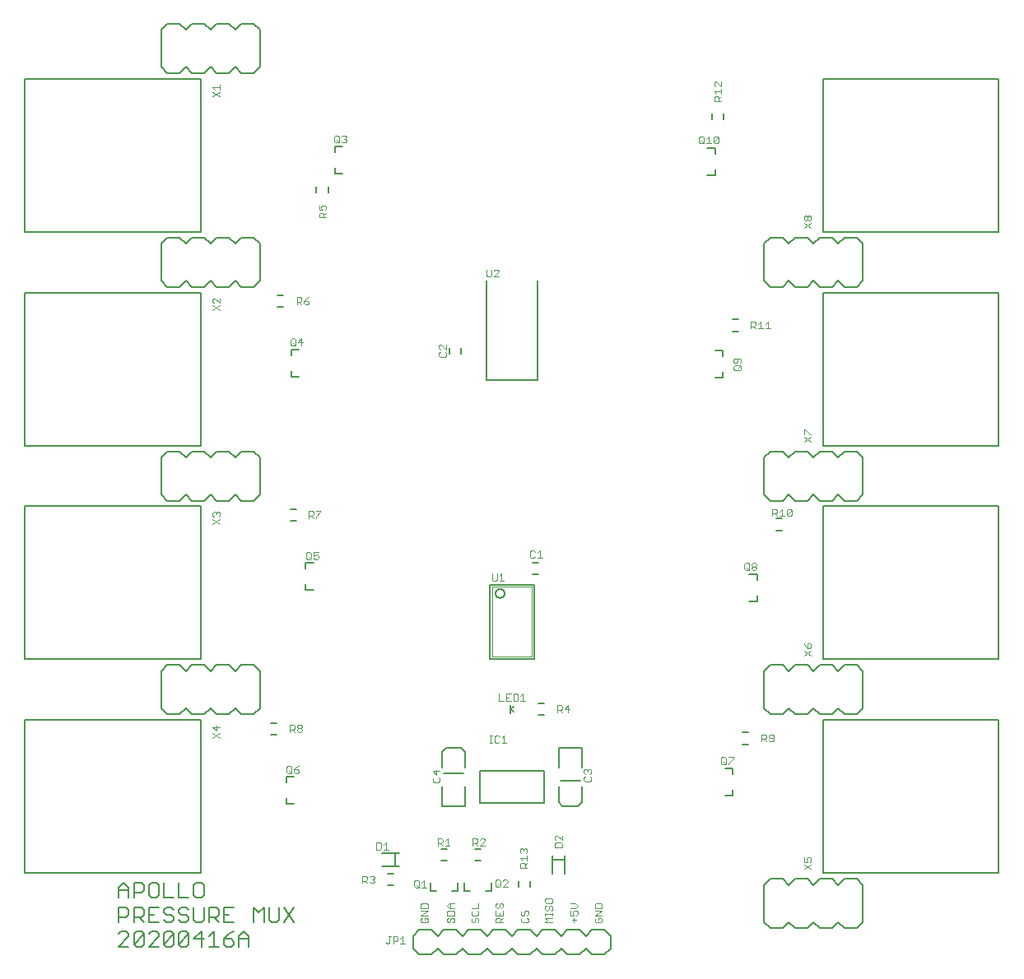
<source format=gbr>
G04 EAGLE Gerber RS-274X export*
G75*
%MOMM*%
%FSLAX34Y34*%
%LPD*%
%INSilkscreen Top*%
%IPPOS*%
%AMOC8*
5,1,8,0,0,1.08239X$1,22.5*%
G01*
%ADD10C,0.076200*%
%ADD11C,0.127000*%
%ADD12C,0.203200*%
%ADD13C,0.152400*%
%ADD14C,0.050800*%


D10*
X407539Y45296D02*
X406311Y44067D01*
X406311Y41610D01*
X407539Y40381D01*
X412454Y40381D01*
X413683Y41610D01*
X413683Y44067D01*
X412454Y45296D01*
X409997Y45296D01*
X409997Y42838D01*
X413683Y47865D02*
X406311Y47865D01*
X413683Y52780D01*
X406311Y52780D01*
X406311Y55349D02*
X413683Y55349D01*
X413683Y59035D01*
X412454Y60264D01*
X407539Y60264D01*
X406311Y59035D01*
X406311Y55349D01*
X585311Y44067D02*
X586539Y45296D01*
X585311Y44067D02*
X585311Y41610D01*
X586539Y40381D01*
X591454Y40381D01*
X592683Y41610D01*
X592683Y44067D01*
X591454Y45296D01*
X588997Y45296D01*
X588997Y42838D01*
X592683Y47865D02*
X585311Y47865D01*
X592683Y52780D01*
X585311Y52780D01*
X585311Y55349D02*
X592683Y55349D01*
X592683Y59035D01*
X591454Y60264D01*
X586539Y60264D01*
X585311Y59035D01*
X585311Y55349D01*
X563997Y45296D02*
X563997Y40381D01*
X566454Y42838D02*
X561539Y42838D01*
X560311Y47865D02*
X560311Y52780D01*
X560311Y47865D02*
X563997Y47865D01*
X562768Y50323D01*
X562768Y51551D01*
X563997Y52780D01*
X566454Y52780D01*
X567683Y51551D01*
X567683Y49094D01*
X566454Y47865D01*
X565226Y55349D02*
X560311Y55349D01*
X565226Y55349D02*
X567683Y57807D01*
X565226Y60264D01*
X560311Y60264D01*
X541683Y40381D02*
X534311Y40381D01*
X536768Y42838D01*
X534311Y45296D01*
X541683Y45296D01*
X541683Y47865D02*
X541683Y50323D01*
X541683Y49094D02*
X534311Y49094D01*
X534311Y47865D02*
X534311Y50323D01*
X534311Y56541D02*
X535539Y57769D01*
X534311Y56541D02*
X534311Y54083D01*
X535539Y52855D01*
X536768Y52855D01*
X537997Y54083D01*
X537997Y56541D01*
X539226Y57769D01*
X540454Y57769D01*
X541683Y56541D01*
X541683Y54083D01*
X540454Y52855D01*
X534311Y61567D02*
X534311Y64025D01*
X534311Y61567D02*
X535539Y60339D01*
X540454Y60339D01*
X541683Y61567D01*
X541683Y64025D01*
X540454Y65254D01*
X535539Y65254D01*
X534311Y64025D01*
X510539Y45296D02*
X509311Y44067D01*
X509311Y41610D01*
X510539Y40381D01*
X515454Y40381D01*
X516683Y41610D01*
X516683Y44067D01*
X515454Y45296D01*
X509311Y51551D02*
X510539Y52780D01*
X509311Y51551D02*
X509311Y49094D01*
X510539Y47865D01*
X511768Y47865D01*
X512997Y49094D01*
X512997Y51551D01*
X514226Y52780D01*
X515454Y52780D01*
X516683Y51551D01*
X516683Y49094D01*
X515454Y47865D01*
X490683Y40381D02*
X483311Y40381D01*
X483311Y44067D01*
X484539Y45296D01*
X486997Y45296D01*
X488226Y44067D01*
X488226Y40381D01*
X488226Y42838D02*
X490683Y45296D01*
X483311Y47865D02*
X483311Y52780D01*
X483311Y47865D02*
X490683Y47865D01*
X490683Y52780D01*
X486997Y50323D02*
X486997Y47865D01*
X483311Y59035D02*
X484539Y60264D01*
X483311Y59035D02*
X483311Y56578D01*
X484539Y55349D01*
X485768Y55349D01*
X486997Y56578D01*
X486997Y59035D01*
X488226Y60264D01*
X489454Y60264D01*
X490683Y59035D01*
X490683Y56578D01*
X489454Y55349D01*
X459539Y45296D02*
X458311Y44067D01*
X458311Y41610D01*
X459539Y40381D01*
X460768Y40381D01*
X461997Y41610D01*
X461997Y44067D01*
X463226Y45296D01*
X464454Y45296D01*
X465683Y44067D01*
X465683Y41610D01*
X464454Y40381D01*
X458311Y51551D02*
X459539Y52780D01*
X458311Y51551D02*
X458311Y49094D01*
X459539Y47865D01*
X464454Y47865D01*
X465683Y49094D01*
X465683Y51551D01*
X464454Y52780D01*
X465683Y55349D02*
X458311Y55349D01*
X465683Y55349D02*
X465683Y60264D01*
X434539Y45296D02*
X433311Y44067D01*
X433311Y41610D01*
X434539Y40381D01*
X435768Y40381D01*
X436997Y41610D01*
X436997Y44067D01*
X438226Y45296D01*
X439454Y45296D01*
X440683Y44067D01*
X440683Y41610D01*
X439454Y40381D01*
X440683Y47865D02*
X433311Y47865D01*
X440683Y47865D02*
X440683Y51551D01*
X439454Y52780D01*
X434539Y52780D01*
X433311Y51551D01*
X433311Y47865D01*
X435768Y55349D02*
X440683Y55349D01*
X435768Y55349D02*
X433311Y57807D01*
X435768Y60264D01*
X440683Y60264D01*
X436997Y60264D02*
X436997Y55349D01*
D11*
X95635Y65927D02*
X95635Y76265D01*
X100804Y81434D01*
X105973Y76265D01*
X105973Y65927D01*
X105973Y73681D02*
X95635Y73681D01*
X111071Y81434D02*
X111071Y65927D01*
X111071Y81434D02*
X118825Y81434D01*
X121409Y78850D01*
X121409Y73681D01*
X118825Y71096D01*
X111071Y71096D01*
X129092Y81434D02*
X134261Y81434D01*
X129092Y81434D02*
X126507Y78850D01*
X126507Y68512D01*
X129092Y65927D01*
X134261Y65927D01*
X136845Y68512D01*
X136845Y78850D01*
X134261Y81434D01*
X141943Y81434D02*
X141943Y65927D01*
X152281Y65927D01*
X157379Y65927D02*
X157379Y81434D01*
X157379Y65927D02*
X167717Y65927D01*
X175400Y81434D02*
X180569Y81434D01*
X175400Y81434D02*
X172815Y78850D01*
X172815Y68512D01*
X175400Y65927D01*
X180569Y65927D01*
X183153Y68512D01*
X183153Y78850D01*
X180569Y81434D01*
X95635Y56288D02*
X95635Y40781D01*
X95635Y56288D02*
X103389Y56288D01*
X105973Y53704D01*
X105973Y48535D01*
X103389Y45950D01*
X95635Y45950D01*
X111071Y40781D02*
X111071Y56288D01*
X118825Y56288D01*
X121409Y53704D01*
X121409Y48535D01*
X118825Y45950D01*
X111071Y45950D01*
X116240Y45950D02*
X121409Y40781D01*
X126507Y56288D02*
X136845Y56288D01*
X126507Y56288D02*
X126507Y40781D01*
X136845Y40781D01*
X131676Y48535D02*
X126507Y48535D01*
X149697Y56288D02*
X152281Y53704D01*
X149697Y56288D02*
X144528Y56288D01*
X141943Y53704D01*
X141943Y51119D01*
X144528Y48535D01*
X149697Y48535D01*
X152281Y45950D01*
X152281Y43366D01*
X149697Y40781D01*
X144528Y40781D01*
X141943Y43366D01*
X165133Y56288D02*
X167717Y53704D01*
X165133Y56288D02*
X159964Y56288D01*
X157379Y53704D01*
X157379Y51119D01*
X159964Y48535D01*
X165133Y48535D01*
X167717Y45950D01*
X167717Y43366D01*
X165133Y40781D01*
X159964Y40781D01*
X157379Y43366D01*
X172815Y43366D02*
X172815Y56288D01*
X172815Y43366D02*
X175400Y40781D01*
X180569Y40781D01*
X183153Y43366D01*
X183153Y56288D01*
X188251Y56288D02*
X188251Y40781D01*
X188251Y56288D02*
X196005Y56288D01*
X198590Y53704D01*
X198590Y48535D01*
X196005Y45950D01*
X188251Y45950D01*
X193420Y45950D02*
X198590Y40781D01*
X203687Y56288D02*
X214026Y56288D01*
X203687Y56288D02*
X203687Y40781D01*
X214026Y40781D01*
X208857Y48535D02*
X203687Y48535D01*
X234560Y40781D02*
X234560Y56288D01*
X239729Y51119D01*
X244898Y56288D01*
X244898Y40781D01*
X249996Y43366D02*
X249996Y56288D01*
X249996Y43366D02*
X252580Y40781D01*
X257749Y40781D01*
X260334Y43366D01*
X260334Y56288D01*
X265432Y56288D02*
X275770Y40781D01*
X265432Y40781D02*
X275770Y56288D01*
X105973Y15635D02*
X95635Y15635D01*
X105973Y25973D01*
X105973Y28558D01*
X103389Y31142D01*
X98220Y31142D01*
X95635Y28558D01*
X111071Y28558D02*
X111071Y18220D01*
X111071Y28558D02*
X113656Y31142D01*
X118825Y31142D01*
X121409Y28558D01*
X121409Y18220D01*
X118825Y15635D01*
X113656Y15635D01*
X111071Y18220D01*
X121409Y28558D01*
X126507Y15635D02*
X136845Y15635D01*
X126507Y15635D02*
X136845Y25973D01*
X136845Y28558D01*
X134261Y31142D01*
X129092Y31142D01*
X126507Y28558D01*
X141943Y28558D02*
X141943Y18220D01*
X141943Y28558D02*
X144528Y31142D01*
X149697Y31142D01*
X152281Y28558D01*
X152281Y18220D01*
X149697Y15635D01*
X144528Y15635D01*
X141943Y18220D01*
X152281Y28558D01*
X157379Y28558D02*
X157379Y18220D01*
X157379Y28558D02*
X159964Y31142D01*
X165133Y31142D01*
X167717Y28558D01*
X167717Y18220D01*
X165133Y15635D01*
X159964Y15635D01*
X157379Y18220D01*
X167717Y28558D01*
X180569Y31142D02*
X180569Y15635D01*
X172815Y23389D02*
X180569Y31142D01*
X183153Y23389D02*
X172815Y23389D01*
X188251Y25973D02*
X193420Y31142D01*
X193420Y15635D01*
X188251Y15635D02*
X198590Y15635D01*
X208857Y28558D02*
X214026Y31142D01*
X208857Y28558D02*
X203687Y23389D01*
X203687Y18220D01*
X206272Y15635D01*
X211441Y15635D01*
X214026Y18220D01*
X214026Y20804D01*
X211441Y23389D01*
X203687Y23389D01*
X219124Y25973D02*
X219124Y15635D01*
X219124Y25973D02*
X224293Y31142D01*
X229462Y25973D01*
X229462Y15635D01*
X229462Y23389D02*
X219124Y23389D01*
D12*
X557050Y32700D02*
X569750Y32700D01*
X576100Y26350D01*
X576100Y13650D02*
X569750Y7300D01*
X531650Y32700D02*
X525300Y26350D01*
X531650Y32700D02*
X544350Y32700D01*
X550700Y26350D01*
X550700Y13650D02*
X544350Y7300D01*
X531650Y7300D01*
X525300Y13650D01*
X550700Y26350D02*
X557050Y32700D01*
X550700Y13650D02*
X557050Y7300D01*
X569750Y7300D01*
X493550Y32700D02*
X480850Y32700D01*
X493550Y32700D02*
X499900Y26350D01*
X499900Y13650D02*
X493550Y7300D01*
X499900Y26350D02*
X506250Y32700D01*
X518950Y32700D01*
X525300Y26350D01*
X525300Y13650D02*
X518950Y7300D01*
X506250Y7300D01*
X499900Y13650D01*
X455450Y32700D02*
X449100Y26350D01*
X455450Y32700D02*
X468150Y32700D01*
X474500Y26350D01*
X474500Y13650D02*
X468150Y7300D01*
X455450Y7300D01*
X449100Y13650D01*
X474500Y26350D02*
X480850Y32700D01*
X474500Y13650D02*
X480850Y7300D01*
X493550Y7300D01*
X417350Y32700D02*
X404650Y32700D01*
X417350Y32700D02*
X423700Y26350D01*
X423700Y13650D02*
X417350Y7300D01*
X423700Y26350D02*
X430050Y32700D01*
X442750Y32700D01*
X449100Y26350D01*
X449100Y13650D02*
X442750Y7300D01*
X430050Y7300D01*
X423700Y13650D01*
X398300Y13650D02*
X398300Y26350D01*
X404650Y32700D01*
X398300Y13650D02*
X404650Y7300D01*
X417350Y7300D01*
X582450Y32700D02*
X595150Y32700D01*
X601500Y26350D01*
X601500Y13650D01*
X595150Y7300D01*
X576100Y26350D02*
X582450Y32700D01*
X576100Y13650D02*
X582450Y7300D01*
X595150Y7300D01*
D10*
X371619Y18965D02*
X370391Y20194D01*
X371619Y18965D02*
X372848Y18965D01*
X374077Y20194D01*
X374077Y26337D01*
X375305Y26337D02*
X372848Y26337D01*
X377875Y26337D02*
X377875Y18965D01*
X377875Y26337D02*
X381561Y26337D01*
X382790Y25109D01*
X382790Y22651D01*
X381561Y21422D01*
X377875Y21422D01*
X385359Y23880D02*
X387816Y26337D01*
X387816Y18965D01*
X385359Y18965D02*
X390274Y18965D01*
D13*
X483236Y379256D02*
X483238Y379391D01*
X483244Y379526D01*
X483254Y379660D01*
X483268Y379794D01*
X483286Y379928D01*
X483307Y380061D01*
X483333Y380193D01*
X483363Y380325D01*
X483396Y380456D01*
X483433Y380585D01*
X483475Y380714D01*
X483519Y380841D01*
X483568Y380967D01*
X483620Y381091D01*
X483676Y381214D01*
X483736Y381335D01*
X483799Y381454D01*
X483865Y381571D01*
X483935Y381686D01*
X484009Y381800D01*
X484086Y381911D01*
X484165Y382019D01*
X484249Y382125D01*
X484335Y382229D01*
X484424Y382330D01*
X484516Y382429D01*
X484611Y382524D01*
X484709Y382617D01*
X484809Y382707D01*
X484912Y382794D01*
X485018Y382878D01*
X485126Y382959D01*
X485236Y383036D01*
X485349Y383110D01*
X485464Y383181D01*
X485581Y383249D01*
X485699Y383313D01*
X485820Y383373D01*
X485942Y383430D01*
X486066Y383483D01*
X486192Y383533D01*
X486318Y383579D01*
X486447Y383621D01*
X486576Y383659D01*
X486706Y383693D01*
X486838Y383724D01*
X486970Y383751D01*
X487103Y383773D01*
X487236Y383792D01*
X487370Y383807D01*
X487505Y383818D01*
X487639Y383825D01*
X487774Y383828D01*
X487909Y383827D01*
X488044Y383822D01*
X488178Y383813D01*
X488313Y383800D01*
X488447Y383783D01*
X488580Y383762D01*
X488712Y383738D01*
X488844Y383709D01*
X488975Y383677D01*
X489105Y383640D01*
X489234Y383600D01*
X489361Y383556D01*
X489487Y383508D01*
X489612Y383457D01*
X489735Y383402D01*
X489857Y383343D01*
X489976Y383281D01*
X490094Y383215D01*
X490210Y383146D01*
X490323Y383074D01*
X490435Y382998D01*
X490544Y382919D01*
X490651Y382837D01*
X490755Y382751D01*
X490857Y382663D01*
X490956Y382571D01*
X491053Y382477D01*
X491146Y382380D01*
X491237Y382280D01*
X491325Y382178D01*
X491409Y382073D01*
X491491Y381965D01*
X491569Y381855D01*
X491644Y381743D01*
X491716Y381629D01*
X491784Y381513D01*
X491849Y381394D01*
X491910Y381274D01*
X491968Y381152D01*
X492022Y381029D01*
X492073Y380904D01*
X492119Y380777D01*
X492162Y380650D01*
X492202Y380521D01*
X492237Y380390D01*
X492269Y380259D01*
X492296Y380127D01*
X492320Y379995D01*
X492340Y379861D01*
X492356Y379727D01*
X492368Y379593D01*
X492376Y379458D01*
X492380Y379323D01*
X492380Y379189D01*
X492376Y379054D01*
X492368Y378919D01*
X492356Y378785D01*
X492340Y378651D01*
X492320Y378517D01*
X492296Y378385D01*
X492269Y378253D01*
X492237Y378122D01*
X492202Y377991D01*
X492162Y377862D01*
X492119Y377735D01*
X492073Y377608D01*
X492022Y377483D01*
X491968Y377360D01*
X491910Y377238D01*
X491849Y377118D01*
X491784Y376999D01*
X491716Y376883D01*
X491644Y376769D01*
X491569Y376657D01*
X491491Y376547D01*
X491409Y376439D01*
X491325Y376334D01*
X491237Y376232D01*
X491146Y376132D01*
X491053Y376035D01*
X490956Y375941D01*
X490857Y375849D01*
X490755Y375761D01*
X490651Y375675D01*
X490544Y375593D01*
X490435Y375514D01*
X490323Y375438D01*
X490210Y375366D01*
X490094Y375297D01*
X489976Y375231D01*
X489857Y375169D01*
X489735Y375110D01*
X489612Y375055D01*
X489487Y375004D01*
X489361Y374956D01*
X489234Y374912D01*
X489105Y374872D01*
X488975Y374835D01*
X488844Y374803D01*
X488712Y374774D01*
X488580Y374750D01*
X488447Y374729D01*
X488313Y374712D01*
X488178Y374699D01*
X488044Y374690D01*
X487909Y374685D01*
X487774Y374684D01*
X487639Y374687D01*
X487505Y374694D01*
X487370Y374705D01*
X487236Y374720D01*
X487103Y374739D01*
X486970Y374761D01*
X486838Y374788D01*
X486706Y374819D01*
X486576Y374853D01*
X486447Y374891D01*
X486318Y374933D01*
X486192Y374979D01*
X486066Y375029D01*
X485942Y375082D01*
X485820Y375139D01*
X485699Y375199D01*
X485581Y375263D01*
X485464Y375331D01*
X485349Y375402D01*
X485236Y375476D01*
X485126Y375553D01*
X485018Y375634D01*
X484912Y375718D01*
X484809Y375805D01*
X484709Y375895D01*
X484611Y375988D01*
X484516Y376083D01*
X484424Y376182D01*
X484335Y376283D01*
X484249Y376387D01*
X484165Y376493D01*
X484086Y376601D01*
X484009Y376712D01*
X483935Y376826D01*
X483865Y376941D01*
X483799Y377058D01*
X483736Y377177D01*
X483676Y377298D01*
X483620Y377421D01*
X483568Y377545D01*
X483519Y377671D01*
X483475Y377798D01*
X483433Y377927D01*
X483396Y378056D01*
X483363Y378187D01*
X483333Y378319D01*
X483307Y378451D01*
X483286Y378584D01*
X483268Y378718D01*
X483254Y378852D01*
X483244Y378986D01*
X483238Y379121D01*
X483236Y379256D01*
X477172Y388146D02*
X477172Y311854D01*
X522828Y311854D01*
X522828Y388146D01*
X477172Y388146D01*
D14*
X479458Y385860D02*
X479458Y314140D01*
X520542Y314140D01*
X520542Y385860D01*
X479458Y385860D01*
D10*
X479553Y393266D02*
X479553Y399409D01*
X479553Y393266D02*
X480782Y392037D01*
X483239Y392037D01*
X484468Y393266D01*
X484468Y399409D01*
X487037Y396952D02*
X489495Y399409D01*
X489495Y392037D01*
X491952Y392037D02*
X487037Y392037D01*
D12*
X474000Y599000D02*
X474000Y701000D01*
X474000Y599000D02*
X526000Y599000D01*
X526000Y701000D01*
D10*
X474082Y706370D02*
X474082Y712513D01*
X474082Y706370D02*
X475311Y705141D01*
X477768Y705141D01*
X478997Y706370D01*
X478997Y712513D01*
X481566Y705141D02*
X486481Y705141D01*
X481566Y705141D02*
X486481Y710056D01*
X486481Y711285D01*
X485252Y712513D01*
X482795Y712513D01*
X481566Y711285D01*
D12*
X532766Y196510D02*
X532766Y163490D01*
X467234Y163490D01*
X467234Y196510D01*
X532766Y196510D01*
D10*
X479583Y225466D02*
X477126Y225466D01*
X478355Y225466D02*
X478355Y232838D01*
X479583Y232838D02*
X477126Y232838D01*
X485802Y232838D02*
X487030Y231610D01*
X485802Y232838D02*
X483344Y232838D01*
X482115Y231610D01*
X482115Y226695D01*
X483344Y225466D01*
X485802Y225466D01*
X487030Y226695D01*
X489600Y230381D02*
X492057Y232838D01*
X492057Y225466D01*
X489600Y225466D02*
X494514Y225466D01*
D11*
X180000Y751300D02*
X-800Y751300D01*
X180000Y751300D02*
X180000Y908700D01*
X-800Y908700D01*
X-800Y751300D01*
D10*
X192247Y890381D02*
X199619Y895296D01*
X199619Y890381D02*
X192247Y895296D01*
X194704Y897865D02*
X192247Y900323D01*
X199619Y900323D01*
X199619Y902780D02*
X199619Y897865D01*
D11*
X180000Y531300D02*
X-800Y531300D01*
X180000Y531300D02*
X180000Y688700D01*
X-800Y688700D01*
X-800Y531300D01*
D10*
X192247Y670381D02*
X199619Y675296D01*
X199619Y670381D02*
X192247Y675296D01*
X199619Y677865D02*
X199619Y682780D01*
X199619Y677865D02*
X194704Y682780D01*
X193475Y682780D01*
X192247Y681551D01*
X192247Y679094D01*
X193475Y677865D01*
D11*
X180000Y311300D02*
X-800Y311300D01*
X180000Y311300D02*
X180000Y468700D01*
X-800Y468700D01*
X-800Y311300D01*
D10*
X192247Y450381D02*
X199619Y455296D01*
X199619Y450381D02*
X192247Y455296D01*
X193475Y457865D02*
X192247Y459094D01*
X192247Y461551D01*
X193475Y462780D01*
X194704Y462780D01*
X195933Y461551D01*
X195933Y460323D01*
X195933Y461551D02*
X197162Y462780D01*
X198390Y462780D01*
X199619Y461551D01*
X199619Y459094D01*
X198390Y457865D01*
D11*
X180000Y91300D02*
X-800Y91300D01*
X180000Y91300D02*
X180000Y248700D01*
X-800Y248700D01*
X-800Y91300D01*
D10*
X192247Y230381D02*
X199619Y235296D01*
X199619Y230381D02*
X192247Y235296D01*
X192247Y241551D02*
X199619Y241551D01*
X195933Y237865D02*
X192247Y241551D01*
X195933Y242780D02*
X195933Y237865D01*
D11*
X820000Y248700D02*
X1000800Y248700D01*
X820000Y248700D02*
X820000Y91300D01*
X1000800Y91300D01*
X1000800Y248700D01*
D10*
X807747Y100328D02*
X800375Y95413D01*
X800375Y100328D02*
X807747Y95413D01*
X800375Y102897D02*
X800375Y107812D01*
X800375Y102897D02*
X804061Y102897D01*
X802832Y105354D01*
X802832Y106583D01*
X804061Y107812D01*
X806518Y107812D01*
X807747Y106583D01*
X807747Y104126D01*
X806518Y102897D01*
D11*
X820000Y468700D02*
X1000800Y468700D01*
X820000Y468700D02*
X820000Y311300D01*
X1000800Y311300D01*
X1000800Y468700D01*
D10*
X807747Y320328D02*
X800375Y315413D01*
X800375Y320328D02*
X807747Y315413D01*
X801603Y325354D02*
X800375Y327812D01*
X801603Y325354D02*
X804061Y322897D01*
X806518Y322897D01*
X807747Y324126D01*
X807747Y326583D01*
X806518Y327812D01*
X805290Y327812D01*
X804061Y326583D01*
X804061Y322897D01*
D11*
X820000Y688700D02*
X1000800Y688700D01*
X820000Y688700D02*
X820000Y531300D01*
X1000800Y531300D01*
X1000800Y688700D01*
D10*
X807747Y540328D02*
X800375Y535413D01*
X800375Y540328D02*
X807747Y535413D01*
X800375Y542897D02*
X800375Y547812D01*
X801603Y547812D01*
X806518Y542897D01*
X807747Y542897D01*
D11*
X820000Y908700D02*
X1000800Y908700D01*
X820000Y908700D02*
X820000Y751300D01*
X1000800Y751300D01*
X1000800Y908700D01*
D10*
X807747Y760328D02*
X800375Y755413D01*
X800375Y760328D02*
X807747Y755413D01*
X801603Y762897D02*
X800375Y764126D01*
X800375Y766583D01*
X801603Y767812D01*
X802832Y767812D01*
X804061Y766583D01*
X805290Y767812D01*
X806518Y767812D01*
X807747Y766583D01*
X807747Y764126D01*
X806518Y762897D01*
X805290Y762897D01*
X804061Y764126D01*
X802832Y762897D01*
X801603Y762897D01*
X804061Y764126D02*
X804061Y766583D01*
D13*
X527000Y399000D02*
X521000Y399000D01*
X521000Y411000D02*
X527000Y411000D01*
D10*
X523676Y421780D02*
X522447Y423008D01*
X519990Y423008D01*
X518761Y421780D01*
X518761Y416865D01*
X519990Y415636D01*
X522447Y415636D01*
X523676Y416865D01*
X526245Y420551D02*
X528703Y423008D01*
X528703Y415636D01*
X531160Y415636D02*
X526245Y415636D01*
D13*
X448000Y626000D02*
X448000Y632000D01*
X436000Y632000D02*
X436000Y626000D01*
D10*
X426220Y627676D02*
X424992Y626447D01*
X424992Y623990D01*
X426220Y622761D01*
X431135Y622761D01*
X432364Y623990D01*
X432364Y626447D01*
X431135Y627676D01*
X432364Y630245D02*
X432364Y635160D01*
X432364Y630245D02*
X427449Y635160D01*
X426220Y635160D01*
X424992Y633931D01*
X424992Y631474D01*
X426220Y630245D01*
D12*
X548000Y220000D02*
X548000Y200000D01*
X548000Y220000D02*
X572000Y220000D01*
X572000Y200000D01*
X548000Y180000D02*
X548000Y164000D01*
X552000Y160000D01*
X568000Y160000D01*
X572000Y164000D01*
X572000Y180000D01*
D11*
X570160Y186190D02*
X549840Y186190D01*
D10*
X574185Y189499D02*
X575413Y190728D01*
X574185Y189499D02*
X574185Y187041D01*
X575413Y185813D01*
X580328Y185813D01*
X581557Y187041D01*
X581557Y189499D01*
X580328Y190728D01*
X575413Y193297D02*
X574185Y194526D01*
X574185Y196983D01*
X575413Y198212D01*
X576642Y198212D01*
X577871Y196983D01*
X577871Y195754D01*
X577871Y196983D02*
X579100Y198212D01*
X580328Y198212D01*
X581557Y196983D01*
X581557Y194526D01*
X580328Y193297D01*
D12*
X452000Y180000D02*
X452000Y160000D01*
X428000Y160000D01*
X428000Y180000D01*
X452000Y200000D02*
X452000Y216000D01*
X448000Y220000D01*
X432000Y220000D01*
X428000Y216000D01*
X428000Y200000D01*
D11*
X429840Y193810D02*
X450160Y193810D01*
D10*
X419665Y189896D02*
X418437Y188667D01*
X418437Y186210D01*
X419665Y184981D01*
X424580Y184981D01*
X425809Y186210D01*
X425809Y188667D01*
X424580Y189896D01*
X425809Y196151D02*
X418437Y196151D01*
X422123Y192465D01*
X422123Y197380D01*
D12*
X438000Y73000D02*
X444000Y73000D01*
X444000Y81000D01*
X422000Y73000D02*
X416000Y73000D01*
X416000Y81000D01*
D10*
X399668Y82617D02*
X399668Y77702D01*
X399668Y82617D02*
X400896Y83845D01*
X403354Y83845D01*
X404583Y82617D01*
X404583Y77702D01*
X403354Y76473D01*
X400896Y76473D01*
X399668Y77702D01*
X402125Y78930D02*
X404583Y76473D01*
X407152Y81388D02*
X409609Y83845D01*
X409609Y76473D01*
X407152Y76473D02*
X412067Y76473D01*
D13*
X427000Y116000D02*
X433000Y116000D01*
X433000Y104000D02*
X427000Y104000D01*
D10*
X423761Y119636D02*
X423761Y127008D01*
X427447Y127008D01*
X428676Y125780D01*
X428676Y123322D01*
X427447Y122093D01*
X423761Y122093D01*
X426218Y122093D02*
X428676Y119636D01*
X431245Y124551D02*
X433703Y127008D01*
X433703Y119636D01*
X436160Y119636D02*
X431245Y119636D01*
D12*
X473000Y73000D02*
X479000Y73000D01*
X479000Y81000D01*
X457000Y73000D02*
X451000Y73000D01*
X451000Y81000D01*
D10*
X483126Y83305D02*
X483126Y78390D01*
X483126Y83305D02*
X484355Y84533D01*
X486812Y84533D01*
X488041Y83305D01*
X488041Y78390D01*
X486812Y77161D01*
X484355Y77161D01*
X483126Y78390D01*
X485583Y79618D02*
X488041Y77161D01*
X490610Y77161D02*
X495525Y77161D01*
X490610Y77161D02*
X495525Y82076D01*
X495525Y83305D01*
X494296Y84533D01*
X491839Y84533D01*
X490610Y83305D01*
D13*
X468000Y116000D02*
X462000Y116000D01*
X462000Y104000D02*
X468000Y104000D01*
D10*
X459761Y119636D02*
X459761Y127008D01*
X463447Y127008D01*
X464676Y125780D01*
X464676Y123322D01*
X463447Y122093D01*
X459761Y122093D01*
X462218Y122093D02*
X464676Y119636D01*
X467245Y119636D02*
X472160Y119636D01*
X467245Y119636D02*
X472160Y124551D01*
X472160Y125780D01*
X470931Y127008D01*
X468474Y127008D01*
X467245Y125780D01*
D12*
X384000Y98500D02*
X380000Y98500D01*
X366000Y98500D01*
X380000Y111500D02*
X384000Y111500D01*
X380000Y111500D02*
X366000Y111500D01*
X380000Y111500D02*
X380000Y98500D01*
D10*
X360491Y115541D02*
X360491Y122913D01*
X360491Y115541D02*
X364177Y115541D01*
X365406Y116770D01*
X365406Y121685D01*
X364177Y122913D01*
X360491Y122913D01*
X367975Y120456D02*
X370433Y122913D01*
X370433Y115541D01*
X372890Y115541D02*
X367975Y115541D01*
D13*
X372000Y91000D02*
X378000Y91000D01*
X378000Y79000D02*
X372000Y79000D01*
D10*
X346033Y80998D02*
X346033Y88370D01*
X349719Y88370D01*
X350948Y87142D01*
X350948Y84684D01*
X349719Y83455D01*
X346033Y83455D01*
X348490Y83455D02*
X350948Y80998D01*
X353517Y87142D02*
X354746Y88370D01*
X357203Y88370D01*
X358432Y87142D01*
X358432Y85913D01*
X357203Y84684D01*
X355974Y84684D01*
X357203Y84684D02*
X358432Y83455D01*
X358432Y82227D01*
X357203Y80998D01*
X354746Y80998D01*
X353517Y82227D01*
D12*
X554500Y105000D02*
X554500Y109000D01*
X554500Y105000D02*
X554500Y91000D01*
X541500Y105000D02*
X541500Y109000D01*
X541500Y105000D02*
X541500Y91000D01*
X541500Y105000D02*
X554500Y105000D01*
D10*
X551459Y117491D02*
X544087Y117491D01*
X551459Y117491D02*
X551459Y121177D01*
X550230Y122406D01*
X545315Y122406D01*
X544087Y121177D01*
X544087Y117491D01*
X551459Y124975D02*
X551459Y129890D01*
X551459Y124975D02*
X546544Y129890D01*
X545315Y129890D01*
X544087Y128661D01*
X544087Y126204D01*
X545315Y124975D01*
D12*
X498300Y260000D02*
X498300Y264600D01*
X498300Y260000D02*
X498300Y255400D01*
X498300Y260000D02*
X501400Y262338D01*
X498454Y259746D02*
X501400Y257816D01*
D10*
X486491Y268366D02*
X486491Y275738D01*
X486491Y268366D02*
X491406Y268366D01*
X493975Y275738D02*
X498890Y275738D01*
X493975Y275738D02*
X493975Y268366D01*
X498890Y268366D01*
X496433Y272052D02*
X493975Y272052D01*
X501459Y275738D02*
X501459Y268366D01*
X505145Y268366D01*
X506374Y269595D01*
X506374Y274510D01*
X505145Y275738D01*
X501459Y275738D01*
X508943Y273281D02*
X511401Y275738D01*
X511401Y268366D01*
X513858Y268366D02*
X508943Y268366D01*
D13*
X527000Y266000D02*
X533000Y266000D01*
X533000Y254000D02*
X527000Y254000D01*
D10*
X546761Y256636D02*
X546761Y264008D01*
X550447Y264008D01*
X551676Y262780D01*
X551676Y260322D01*
X550447Y259093D01*
X546761Y259093D01*
X549218Y259093D02*
X551676Y256636D01*
X557931Y256636D02*
X557931Y264008D01*
X554245Y260322D01*
X559160Y260322D01*
D13*
X311000Y792000D02*
X311000Y798000D01*
X299000Y798000D02*
X299000Y792000D01*
D10*
X301630Y766033D02*
X309002Y766033D01*
X301630Y766033D02*
X301630Y769719D01*
X302858Y770948D01*
X305316Y770948D01*
X306545Y769719D01*
X306545Y766033D01*
X306545Y768490D02*
X309002Y770948D01*
X301630Y773517D02*
X301630Y778432D01*
X301630Y773517D02*
X305316Y773517D01*
X304087Y775974D01*
X304087Y777203D01*
X305316Y778432D01*
X307773Y778432D01*
X309002Y777203D01*
X309002Y774746D01*
X307773Y773517D01*
D13*
X265000Y674000D02*
X259000Y674000D01*
X259000Y686000D02*
X265000Y686000D01*
D10*
X278761Y684008D02*
X278761Y676636D01*
X278761Y684008D02*
X282447Y684008D01*
X283676Y682780D01*
X283676Y680322D01*
X282447Y679093D01*
X278761Y679093D01*
X281218Y679093D02*
X283676Y676636D01*
X288703Y682780D02*
X291160Y684008D01*
X288703Y682780D02*
X286245Y680322D01*
X286245Y677865D01*
X287474Y676636D01*
X289931Y676636D01*
X291160Y677865D01*
X291160Y679093D01*
X289931Y680322D01*
X286245Y680322D01*
D13*
X278000Y454000D02*
X272000Y454000D01*
X272000Y466000D02*
X278000Y466000D01*
D10*
X290761Y464008D02*
X290761Y456636D01*
X290761Y464008D02*
X294447Y464008D01*
X295676Y462780D01*
X295676Y460322D01*
X294447Y459093D01*
X290761Y459093D01*
X293218Y459093D02*
X295676Y456636D01*
X298245Y464008D02*
X303160Y464008D01*
X303160Y462780D01*
X298245Y457865D01*
X298245Y456636D01*
D13*
X258000Y234000D02*
X252000Y234000D01*
X252000Y246000D02*
X258000Y246000D01*
D10*
X271761Y244008D02*
X271761Y236636D01*
X271761Y244008D02*
X275447Y244008D01*
X276676Y242780D01*
X276676Y240322D01*
X275447Y239093D01*
X271761Y239093D01*
X274218Y239093D02*
X276676Y236636D01*
X279245Y242780D02*
X280474Y244008D01*
X282931Y244008D01*
X284160Y242780D01*
X284160Y241551D01*
X282931Y240322D01*
X284160Y239093D01*
X284160Y237865D01*
X282931Y236636D01*
X280474Y236636D01*
X279245Y237865D01*
X279245Y239093D01*
X280474Y240322D01*
X279245Y241551D01*
X279245Y242780D01*
X280474Y240322D02*
X282931Y240322D01*
D13*
X737000Y236000D02*
X743000Y236000D01*
X743000Y224000D02*
X737000Y224000D01*
D10*
X756761Y226636D02*
X756761Y234008D01*
X760447Y234008D01*
X761676Y232780D01*
X761676Y230322D01*
X760447Y229093D01*
X756761Y229093D01*
X759218Y229093D02*
X761676Y226636D01*
X764245Y227865D02*
X765474Y226636D01*
X767931Y226636D01*
X769160Y227865D01*
X769160Y232780D01*
X767931Y234008D01*
X765474Y234008D01*
X764245Y232780D01*
X764245Y231551D01*
X765474Y230322D01*
X769160Y230322D01*
D13*
X772000Y456000D02*
X778000Y456000D01*
X778000Y444000D02*
X772000Y444000D01*
D10*
X767761Y458636D02*
X767761Y466008D01*
X771447Y466008D01*
X772676Y464780D01*
X772676Y462322D01*
X771447Y461093D01*
X767761Y461093D01*
X770218Y461093D02*
X772676Y458636D01*
X775245Y463551D02*
X777703Y466008D01*
X777703Y458636D01*
X780160Y458636D02*
X775245Y458636D01*
X782729Y459865D02*
X782729Y464780D01*
X783958Y466008D01*
X786415Y466008D01*
X787644Y464780D01*
X787644Y459865D01*
X786415Y458636D01*
X783958Y458636D01*
X782729Y459865D01*
X787644Y464780D01*
D13*
X733000Y661000D02*
X727000Y661000D01*
X727000Y649000D02*
X733000Y649000D01*
D10*
X745761Y651636D02*
X745761Y659008D01*
X749447Y659008D01*
X750676Y657780D01*
X750676Y655322D01*
X749447Y654093D01*
X745761Y654093D01*
X748218Y654093D02*
X750676Y651636D01*
X753245Y656551D02*
X755703Y659008D01*
X755703Y651636D01*
X758160Y651636D02*
X753245Y651636D01*
X760729Y656551D02*
X763187Y659008D01*
X763187Y651636D01*
X765644Y651636D02*
X760729Y651636D01*
D13*
X706000Y867000D02*
X706000Y873000D01*
X718000Y873000D02*
X718000Y867000D01*
D10*
X715364Y885761D02*
X707992Y885761D01*
X707992Y889447D01*
X709220Y890676D01*
X711678Y890676D01*
X712907Y889447D01*
X712907Y885761D01*
X712907Y888218D02*
X715364Y890676D01*
X710449Y893245D02*
X707992Y895703D01*
X715364Y895703D01*
X715364Y898160D02*
X715364Y893245D01*
X715364Y900729D02*
X715364Y905644D01*
X715364Y900729D02*
X710449Y905644D01*
X709220Y905644D01*
X707992Y904415D01*
X707992Y901958D01*
X709220Y900729D01*
D12*
X318000Y817000D02*
X318000Y811000D01*
X326000Y811000D01*
X318000Y833000D02*
X318000Y839000D01*
X326000Y839000D01*
D10*
X317126Y844390D02*
X317126Y849305D01*
X318355Y850533D01*
X320812Y850533D01*
X322041Y849305D01*
X322041Y844390D01*
X320812Y843161D01*
X318355Y843161D01*
X317126Y844390D01*
X319583Y845618D02*
X322041Y843161D01*
X324610Y849305D02*
X325839Y850533D01*
X328296Y850533D01*
X329525Y849305D01*
X329525Y848076D01*
X328296Y846847D01*
X327068Y846847D01*
X328296Y846847D02*
X329525Y845618D01*
X329525Y844390D01*
X328296Y843161D01*
X325839Y843161D01*
X324610Y844390D01*
D12*
X273000Y608350D02*
X273000Y602350D01*
X281000Y602350D01*
X273000Y624350D02*
X273000Y630350D01*
X281000Y630350D01*
D10*
X272476Y635390D02*
X272476Y640305D01*
X273705Y641533D01*
X276162Y641533D01*
X277391Y640305D01*
X277391Y635390D01*
X276162Y634161D01*
X273705Y634161D01*
X272476Y635390D01*
X274933Y636618D02*
X277391Y634161D01*
X283646Y634161D02*
X283646Y641533D01*
X279960Y637847D01*
X284875Y637847D01*
D12*
X288000Y388350D02*
X288000Y382350D01*
X296000Y382350D01*
X288000Y404350D02*
X288000Y410350D01*
X296000Y410350D01*
D10*
X288476Y415390D02*
X288476Y420305D01*
X289705Y421533D01*
X292162Y421533D01*
X293391Y420305D01*
X293391Y415390D01*
X292162Y414161D01*
X289705Y414161D01*
X288476Y415390D01*
X290933Y416618D02*
X293391Y414161D01*
X295960Y421533D02*
X300875Y421533D01*
X295960Y421533D02*
X295960Y417847D01*
X298418Y419076D01*
X299646Y419076D01*
X300875Y417847D01*
X300875Y415390D01*
X299646Y414161D01*
X297189Y414161D01*
X295960Y415390D01*
D12*
X268000Y168350D02*
X268000Y162350D01*
X276000Y162350D01*
X268000Y184350D02*
X268000Y190350D01*
X276000Y190350D01*
D10*
X268476Y195390D02*
X268476Y200305D01*
X269705Y201533D01*
X272162Y201533D01*
X273391Y200305D01*
X273391Y195390D01*
X272162Y194161D01*
X269705Y194161D01*
X268476Y195390D01*
X270933Y196618D02*
X273391Y194161D01*
X278418Y200305D02*
X280875Y201533D01*
X278418Y200305D02*
X275960Y197847D01*
X275960Y195390D01*
X277189Y194161D01*
X279646Y194161D01*
X280875Y195390D01*
X280875Y196618D01*
X279646Y197847D01*
X275960Y197847D01*
D12*
X727000Y199000D02*
X727000Y193000D01*
X727000Y199000D02*
X719000Y199000D01*
X727000Y177000D02*
X727000Y171000D01*
X719000Y171000D01*
D10*
X715126Y204390D02*
X715126Y209305D01*
X716355Y210533D01*
X718812Y210533D01*
X720041Y209305D01*
X720041Y204390D01*
X718812Y203161D01*
X716355Y203161D01*
X715126Y204390D01*
X717583Y205618D02*
X720041Y203161D01*
X722610Y210533D02*
X727525Y210533D01*
X727525Y209305D01*
X722610Y204390D01*
X722610Y203161D01*
D12*
X752000Y393000D02*
X752000Y399000D01*
X744000Y399000D01*
X752000Y377000D02*
X752000Y371000D01*
X744000Y371000D01*
D10*
X739126Y404390D02*
X739126Y409305D01*
X740355Y410533D01*
X742812Y410533D01*
X744041Y409305D01*
X744041Y404390D01*
X742812Y403161D01*
X740355Y403161D01*
X739126Y404390D01*
X741583Y405618D02*
X744041Y403161D01*
X746610Y409305D02*
X747839Y410533D01*
X750296Y410533D01*
X751525Y409305D01*
X751525Y408076D01*
X750296Y406847D01*
X751525Y405618D01*
X751525Y404390D01*
X750296Y403161D01*
X747839Y403161D01*
X746610Y404390D01*
X746610Y405618D01*
X747839Y406847D01*
X746610Y408076D01*
X746610Y409305D01*
X747839Y406847D02*
X750296Y406847D01*
D12*
X717000Y623000D02*
X717000Y629000D01*
X709000Y629000D01*
X717000Y607000D02*
X717000Y601000D01*
X709000Y601000D01*
D10*
X729383Y608668D02*
X734298Y608668D01*
X729383Y608668D02*
X728155Y609896D01*
X728155Y612354D01*
X729383Y613583D01*
X734298Y613583D01*
X735527Y612354D01*
X735527Y609896D01*
X734298Y608668D01*
X733070Y611125D02*
X735527Y613583D01*
X734298Y616152D02*
X735527Y617381D01*
X735527Y619838D01*
X734298Y621067D01*
X729383Y621067D01*
X728155Y619838D01*
X728155Y617381D01*
X729383Y616152D01*
X730612Y616152D01*
X731841Y617381D01*
X731841Y621067D01*
D12*
X709000Y831650D02*
X709000Y837650D01*
X701000Y837650D01*
X709000Y815650D02*
X709000Y809650D01*
X701000Y809650D01*
D10*
X692476Y843390D02*
X692476Y848305D01*
X693705Y849533D01*
X696162Y849533D01*
X697391Y848305D01*
X697391Y843390D01*
X696162Y842161D01*
X693705Y842161D01*
X692476Y843390D01*
X694933Y844618D02*
X697391Y842161D01*
X699960Y847076D02*
X702418Y849533D01*
X702418Y842161D01*
X704875Y842161D02*
X699960Y842161D01*
X707444Y843390D02*
X707444Y848305D01*
X708673Y849533D01*
X711130Y849533D01*
X712359Y848305D01*
X712359Y843390D01*
X711130Y842161D01*
X708673Y842161D01*
X707444Y843390D01*
X712359Y848305D01*
D13*
X518600Y83000D02*
X518600Y77000D01*
X506600Y77000D02*
X506600Y83000D01*
D10*
X508392Y96761D02*
X515764Y96761D01*
X508392Y96761D02*
X508392Y100447D01*
X509620Y101676D01*
X512078Y101676D01*
X513307Y100447D01*
X513307Y96761D01*
X513307Y99218D02*
X515764Y101676D01*
X510849Y104245D02*
X508392Y106703D01*
X515764Y106703D01*
X515764Y109160D02*
X515764Y104245D01*
X509620Y111729D02*
X508392Y112958D01*
X508392Y115415D01*
X509620Y116644D01*
X510849Y116644D01*
X512078Y115415D01*
X512078Y114187D01*
X512078Y115415D02*
X513307Y116644D01*
X514535Y116644D01*
X515764Y115415D01*
X515764Y112958D01*
X514535Y111729D01*
D13*
X145550Y914600D02*
X139200Y920950D01*
X158250Y914600D02*
X164600Y920950D01*
X170950Y914600D01*
X183650Y914600D02*
X190000Y920950D01*
X196350Y914600D01*
X209050Y914600D02*
X215400Y920950D01*
X221750Y914600D01*
X234450Y914600D02*
X240800Y920950D01*
X139200Y920950D02*
X139200Y959050D01*
X145550Y965400D01*
X158250Y965400D01*
X164600Y959050D01*
X170950Y965400D01*
X183650Y965400D01*
X190000Y959050D01*
X196350Y965400D01*
X209050Y965400D01*
X215400Y959050D01*
X221750Y965400D01*
X234450Y965400D01*
X240800Y959050D01*
X240800Y920950D01*
X234450Y914600D02*
X221750Y914600D01*
X209050Y914600D02*
X196350Y914600D01*
X183650Y914600D02*
X170950Y914600D01*
X158250Y914600D02*
X145550Y914600D01*
X139200Y700950D02*
X145550Y694600D01*
X158250Y694600D02*
X164600Y700950D01*
X170950Y694600D01*
X183650Y694600D02*
X190000Y700950D01*
X196350Y694600D01*
X209050Y694600D02*
X215400Y700950D01*
X221750Y694600D01*
X234450Y694600D02*
X240800Y700950D01*
X139200Y700950D02*
X139200Y739050D01*
X145550Y745400D01*
X158250Y745400D01*
X164600Y739050D01*
X170950Y745400D01*
X183650Y745400D01*
X190000Y739050D01*
X196350Y745400D01*
X209050Y745400D01*
X215400Y739050D01*
X221750Y745400D01*
X234450Y745400D01*
X240800Y739050D01*
X240800Y700950D01*
X234450Y694600D02*
X221750Y694600D01*
X209050Y694600D02*
X196350Y694600D01*
X183650Y694600D02*
X170950Y694600D01*
X158250Y694600D02*
X145550Y694600D01*
X139200Y480950D02*
X145550Y474600D01*
X158250Y474600D02*
X164600Y480950D01*
X170950Y474600D01*
X183650Y474600D02*
X190000Y480950D01*
X196350Y474600D01*
X209050Y474600D02*
X215400Y480950D01*
X221750Y474600D01*
X234450Y474600D02*
X240800Y480950D01*
X139200Y480950D02*
X139200Y519050D01*
X145550Y525400D01*
X158250Y525400D01*
X164600Y519050D01*
X170950Y525400D01*
X183650Y525400D01*
X190000Y519050D01*
X196350Y525400D01*
X209050Y525400D01*
X215400Y519050D01*
X221750Y525400D01*
X234450Y525400D01*
X240800Y519050D01*
X240800Y480950D01*
X234450Y474600D02*
X221750Y474600D01*
X209050Y474600D02*
X196350Y474600D01*
X183650Y474600D02*
X170950Y474600D01*
X158250Y474600D02*
X145550Y474600D01*
X139200Y260950D02*
X145550Y254600D01*
X158250Y254600D02*
X164600Y260950D01*
X170950Y254600D01*
X183650Y254600D02*
X190000Y260950D01*
X196350Y254600D01*
X209050Y254600D02*
X215400Y260950D01*
X221750Y254600D01*
X234450Y254600D02*
X240800Y260950D01*
X139200Y260950D02*
X139200Y299050D01*
X145550Y305400D01*
X158250Y305400D01*
X164600Y299050D01*
X170950Y305400D01*
X183650Y305400D01*
X190000Y299050D01*
X196350Y305400D01*
X209050Y305400D01*
X215400Y299050D01*
X221750Y305400D01*
X234450Y305400D01*
X240800Y299050D01*
X240800Y260950D01*
X234450Y254600D02*
X221750Y254600D01*
X209050Y254600D02*
X196350Y254600D01*
X183650Y254600D02*
X170950Y254600D01*
X158250Y254600D02*
X145550Y254600D01*
X854450Y85400D02*
X860800Y79050D01*
X841750Y85400D02*
X835400Y79050D01*
X829050Y85400D01*
X816350Y85400D02*
X810000Y79050D01*
X803650Y85400D01*
X790950Y85400D02*
X784600Y79050D01*
X778250Y85400D01*
X765550Y85400D02*
X759200Y79050D01*
X860800Y79050D02*
X860800Y40950D01*
X854450Y34600D01*
X841750Y34600D01*
X835400Y40950D01*
X829050Y34600D01*
X816350Y34600D01*
X810000Y40950D01*
X803650Y34600D01*
X790950Y34600D01*
X784600Y40950D01*
X778250Y34600D01*
X765550Y34600D01*
X759200Y40950D01*
X759200Y79050D01*
X765550Y85400D02*
X778250Y85400D01*
X790950Y85400D02*
X803650Y85400D01*
X816350Y85400D02*
X829050Y85400D01*
X841750Y85400D02*
X854450Y85400D01*
X860800Y299050D02*
X854450Y305400D01*
X841750Y305400D02*
X835400Y299050D01*
X829050Y305400D01*
X816350Y305400D02*
X810000Y299050D01*
X803650Y305400D01*
X790950Y305400D02*
X784600Y299050D01*
X778250Y305400D01*
X765550Y305400D02*
X759200Y299050D01*
X860800Y299050D02*
X860800Y260950D01*
X854450Y254600D01*
X841750Y254600D01*
X835400Y260950D01*
X829050Y254600D01*
X816350Y254600D01*
X810000Y260950D01*
X803650Y254600D01*
X790950Y254600D01*
X784600Y260950D01*
X778250Y254600D01*
X765550Y254600D01*
X759200Y260950D01*
X759200Y299050D01*
X765550Y305400D02*
X778250Y305400D01*
X790950Y305400D02*
X803650Y305400D01*
X816350Y305400D02*
X829050Y305400D01*
X841750Y305400D02*
X854450Y305400D01*
X860800Y519050D02*
X854450Y525400D01*
X841750Y525400D02*
X835400Y519050D01*
X829050Y525400D01*
X816350Y525400D02*
X810000Y519050D01*
X803650Y525400D01*
X790950Y525400D02*
X784600Y519050D01*
X778250Y525400D01*
X765550Y525400D02*
X759200Y519050D01*
X860800Y519050D02*
X860800Y480950D01*
X854450Y474600D01*
X841750Y474600D01*
X835400Y480950D01*
X829050Y474600D01*
X816350Y474600D01*
X810000Y480950D01*
X803650Y474600D01*
X790950Y474600D01*
X784600Y480950D01*
X778250Y474600D01*
X765550Y474600D01*
X759200Y480950D01*
X759200Y519050D01*
X765550Y525400D02*
X778250Y525400D01*
X790950Y525400D02*
X803650Y525400D01*
X816350Y525400D02*
X829050Y525400D01*
X841750Y525400D02*
X854450Y525400D01*
X860800Y739050D02*
X854450Y745400D01*
X841750Y745400D02*
X835400Y739050D01*
X829050Y745400D01*
X816350Y745400D02*
X810000Y739050D01*
X803650Y745400D01*
X790950Y745400D02*
X784600Y739050D01*
X778250Y745400D01*
X765550Y745400D02*
X759200Y739050D01*
X860800Y739050D02*
X860800Y700950D01*
X854450Y694600D01*
X841750Y694600D01*
X835400Y700950D01*
X829050Y694600D01*
X816350Y694600D01*
X810000Y700950D01*
X803650Y694600D01*
X790950Y694600D01*
X784600Y700950D01*
X778250Y694600D01*
X765550Y694600D01*
X759200Y700950D01*
X759200Y739050D01*
X765550Y745400D02*
X778250Y745400D01*
X790950Y745400D02*
X803650Y745400D01*
X816350Y745400D02*
X829050Y745400D01*
X841750Y745400D02*
X854450Y745400D01*
M02*

</source>
